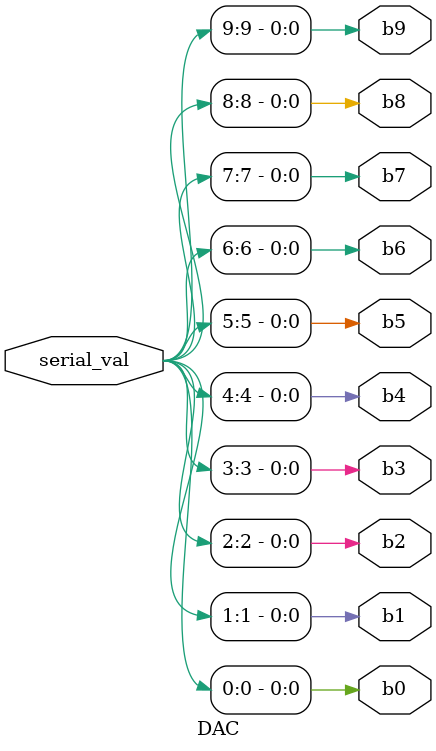
<source format=v>


module DAC (
    input [9:0] serial_val,
    output wire b0, b1, b2, b3, b4, b5, b6, b7, b8, b9
);


   assign b0 = serial_val[0];
   assign b1 = serial_val[1];
   assign b2 = serial_val[2];
   assign b3 = serial_val[3];
   assign b4 = serial_val[4];
   assign b5 = serial_val[5];
   assign b6 = serial_val[6];
   assign b7 = serial_val[7];
   assign b8 = serial_val[8];
   assign b9 = serial_val[9];

endmodule
</source>
